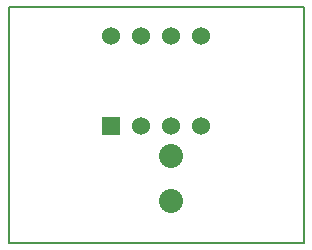
<source format=gbr>
G04 PROTEUS GERBER X2 FILE*
%TF.GenerationSoftware,Labcenter,Proteus,8.6-SP2-Build23525*%
%TF.CreationDate,2019-01-24T07:34:18+00:00*%
%TF.FileFunction,Soldermask,Bot*%
%TF.FilePolarity,Negative*%
%TF.Part,Single*%
%FSLAX45Y45*%
%MOMM*%
G01*
%AMPPAD007*
4,1,36,
-0.635000,0.762000,
0.635000,0.762000,
0.660970,0.759470,
0.684980,0.752200,
0.706580,0.740650,
0.725290,0.725290,
0.740650,0.706570,
0.752200,0.684980,
0.759470,0.660970,
0.762000,0.635000,
0.762000,-0.635000,
0.759470,-0.660970,
0.752200,-0.684980,
0.740650,-0.706570,
0.725290,-0.725290,
0.706580,-0.740650,
0.684980,-0.752200,
0.660970,-0.759470,
0.635000,-0.762000,
-0.635000,-0.762000,
-0.660970,-0.759470,
-0.684980,-0.752200,
-0.706580,-0.740650,
-0.725290,-0.725290,
-0.740650,-0.706570,
-0.752200,-0.684980,
-0.759470,-0.660970,
-0.762000,-0.635000,
-0.762000,0.635000,
-0.759470,0.660970,
-0.752200,0.684980,
-0.740650,0.706570,
-0.725290,0.725290,
-0.706580,0.740650,
-0.684980,0.752200,
-0.660970,0.759470,
-0.635000,0.762000,
0*%
%TA.AperFunction,Material*%
%ADD17PPAD007*%
%ADD18C,1.524000*%
%TA.AperFunction,Material*%
%ADD19C,2.032000*%
%TA.AperFunction,Profile*%
%ADD15C,0.203200*%
%TD.AperFunction*%
D17*
X-381000Y-508000D03*
D18*
X-127000Y-508000D03*
X+127000Y-508000D03*
X+381000Y-508000D03*
X+381000Y+254000D03*
X+127000Y+254000D03*
X-127000Y+254000D03*
X-381000Y+254000D03*
D19*
X+127000Y-762000D03*
X+127000Y-1143000D03*
D15*
X-1250000Y-1500000D02*
X+1250000Y-1500000D01*
X+1250000Y+500000D01*
X-1250000Y+500000D01*
X-1250000Y-1500000D01*
M02*

</source>
